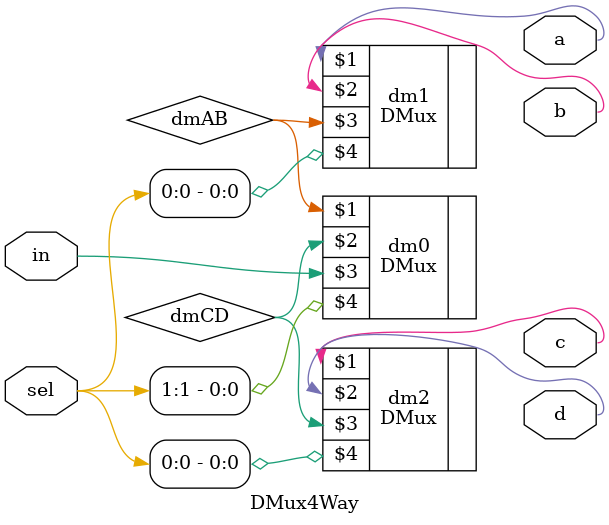
<source format=v>
/* módulo DMux4Way */

`ifndef _DMux4Way_
`define _DMux4Way_

`include "DMux.v"

module DMux4Way(a, b, c, d, in, sel);
    input in;
    input [1:0] sel;
    output a, b, c, d;

    wire dmAB, dmCD;

    DMux dm0(dmAB, dmCD, in, sel[1]);
    DMux dm1(a, b, dmAB, sel[0]);
    DMux dm2(c, d, dmCD, sel[0]);

    // Descrição de conexões internas do módulo

endmodule

`endif

</source>
